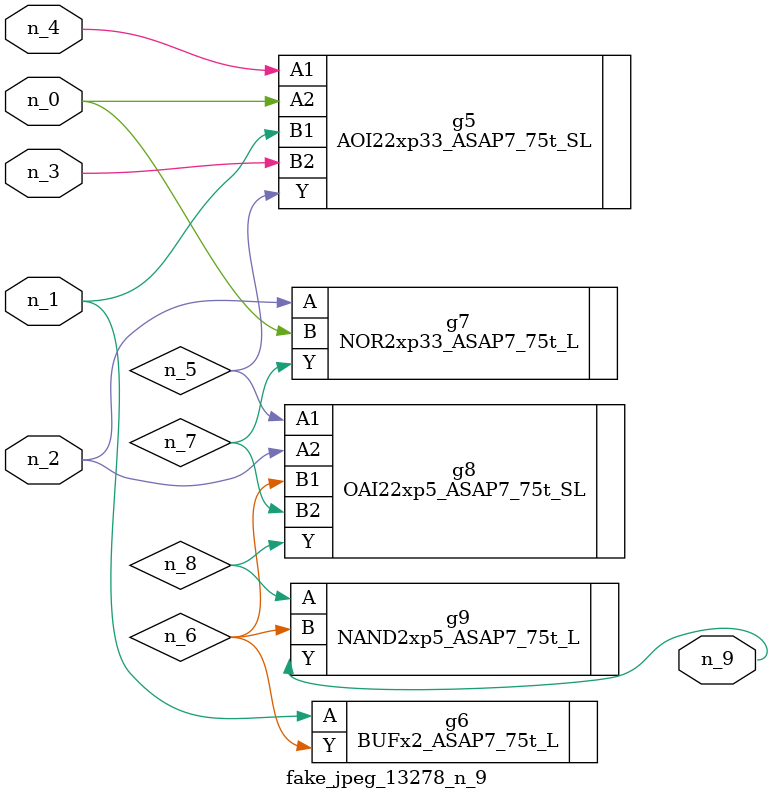
<source format=v>
module fake_jpeg_13278_n_9 (n_3, n_2, n_1, n_0, n_4, n_9);

input n_3;
input n_2;
input n_1;
input n_0;
input n_4;

output n_9;

wire n_8;
wire n_6;
wire n_5;
wire n_7;

AOI22xp33_ASAP7_75t_SL g5 ( 
.A1(n_4),
.A2(n_0),
.B1(n_1),
.B2(n_3),
.Y(n_5)
);

BUFx2_ASAP7_75t_L g6 ( 
.A(n_1),
.Y(n_6)
);

NOR2xp33_ASAP7_75t_L g7 ( 
.A(n_2),
.B(n_0),
.Y(n_7)
);

OAI22xp5_ASAP7_75t_SL g8 ( 
.A1(n_5),
.A2(n_2),
.B1(n_6),
.B2(n_7),
.Y(n_8)
);

NAND2xp5_ASAP7_75t_L g9 ( 
.A(n_8),
.B(n_6),
.Y(n_9)
);


endmodule
</source>
